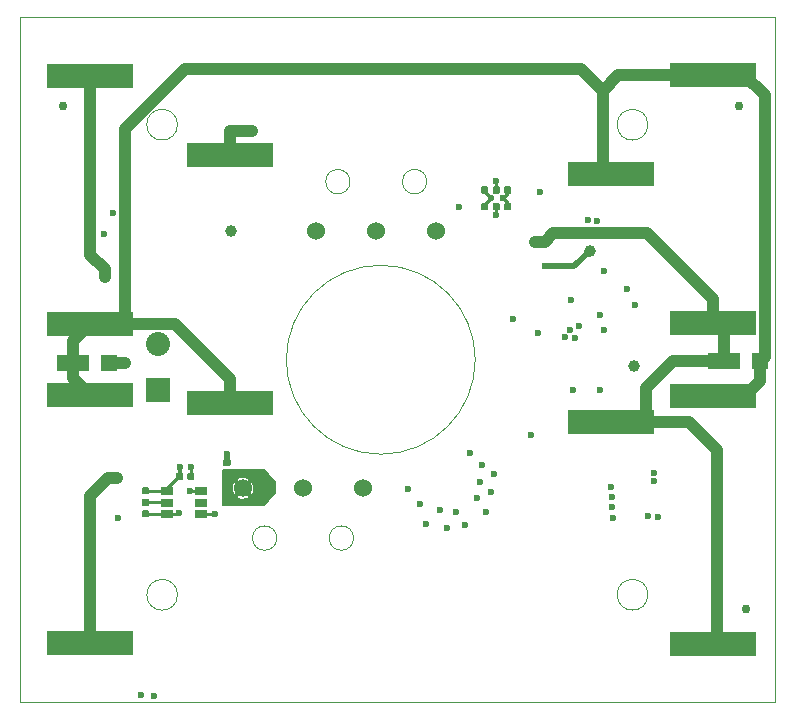
<source format=gbr>
%TF.GenerationSoftware,KiCad,Pcbnew,(5.1.5)-3*%
%TF.CreationDate,2020-08-29T16:52:29-07:00*%
%TF.ProjectId,ypanel,7970616e-656c-42e6-9b69-6361645f7063,rev?*%
%TF.SameCoordinates,Original*%
%TF.FileFunction,Copper,L1,Top*%
%TF.FilePolarity,Positive*%
%FSLAX46Y46*%
G04 Gerber Fmt 4.6, Leading zero omitted, Abs format (unit mm)*
G04 Created by KiCad (PCBNEW (5.1.5)-3) date 2020-08-29 16:52:29*
%MOMM*%
%LPD*%
G04 APERTURE LIST*
%ADD10C,0.100000*%
%ADD11C,0.050000*%
%ADD12C,0.750000*%
%ADD13R,1.400000X1.400000*%
%ADD14R,2.700000X1.400000*%
%ADD15R,7.400000X2.000000*%
%ADD16C,2.032000*%
%ADD17R,2.032000X2.032000*%
%ADD18C,1.000000*%
%ADD19C,1.524000*%
%ADD20R,1.000000X0.700000*%
%ADD21C,0.600000*%
%ADD22C,1.000000*%
%ADD23C,0.480000*%
%ADD24C,0.240000*%
%ADD25C,0.320000*%
%ADD26C,0.248920*%
%ADD27C,0.127000*%
G04 APERTURE END LIST*
D10*
X151587000Y-99000001D02*
G75*
G03X151587000Y-99000001I-8000000J0D01*
G01*
X134779564Y-114100000D02*
G75*
G03X134779564Y-114100000I-1029564J0D01*
G01*
X141279564Y-114100000D02*
G75*
G03X141279564Y-114100000I-1029564J0D01*
G01*
X126375000Y-118900000D02*
G75*
G03X126375000Y-118900000I-1300000J0D01*
G01*
X140979564Y-83920436D02*
G75*
G03X140979564Y-83920436I-1029564J0D01*
G01*
X147479564Y-83920436D02*
G75*
G03X147479564Y-83920436I-1029564J0D01*
G01*
X176975000Y-70000000D02*
X176975000Y-128000000D01*
X166200000Y-118900000D02*
G75*
G03X166200000Y-118900000I-1300000J0D01*
G01*
D11*
X126372800Y-79100000D02*
G75*
G03X126372800Y-79100000I-1300000J0D01*
G01*
D10*
X166195000Y-79102480D02*
G75*
G03X166195000Y-79102480I-1300000J0D01*
G01*
X176975000Y-70000000D02*
X113000000Y-70000000D01*
X113000000Y-128000000D02*
X176975000Y-128000000D01*
X113000000Y-70000000D02*
X113000000Y-128000000D01*
D12*
X174526000Y-120115000D03*
X173954500Y-77504000D03*
D13*
X120595000Y-99250500D03*
D14*
X117545000Y-99250500D03*
D13*
X175713000Y-99123500D03*
D14*
X172663000Y-99123500D03*
D15*
X163098480Y-83250000D03*
X163098480Y-104250000D03*
D16*
X124764800Y-97691060D03*
D17*
X124764800Y-101546660D03*
D18*
X161267720Y-89773460D03*
X130873500Y-88138000D03*
X165036500Y-99568000D03*
D19*
X142080000Y-109900000D03*
X137000000Y-109900000D03*
X131920000Y-109900000D03*
X148300000Y-88100000D03*
X143200000Y-88100000D03*
X138100000Y-88100000D03*
D20*
X128354600Y-110148700D03*
X128354600Y-111098700D03*
X128354600Y-112048700D03*
X125454600Y-112048700D03*
X125454600Y-111098700D03*
X125454600Y-110148700D03*
D15*
X119000000Y-75000000D03*
X119000000Y-96000000D03*
X171742100Y-102063000D03*
X171742100Y-123063000D03*
X130850000Y-81650000D03*
X130850000Y-102650000D03*
X119000000Y-123000000D03*
X119000000Y-102000000D03*
X171686220Y-74890080D03*
X171686220Y-95890080D03*
%TA.AperFunction,SMDPad,CuDef*%
D10*
G36*
X130736958Y-108394710D02*
G01*
X130751276Y-108396834D01*
X130765317Y-108400351D01*
X130778946Y-108405228D01*
X130792031Y-108411417D01*
X130804447Y-108418858D01*
X130816073Y-108427481D01*
X130826798Y-108437202D01*
X130836519Y-108447927D01*
X130845142Y-108459553D01*
X130852583Y-108471969D01*
X130858772Y-108485054D01*
X130863649Y-108498683D01*
X130867166Y-108512724D01*
X130869290Y-108527042D01*
X130870000Y-108541500D01*
X130870000Y-108836500D01*
X130869290Y-108850958D01*
X130867166Y-108865276D01*
X130863649Y-108879317D01*
X130858772Y-108892946D01*
X130852583Y-108906031D01*
X130845142Y-108918447D01*
X130836519Y-108930073D01*
X130826798Y-108940798D01*
X130816073Y-108950519D01*
X130804447Y-108959142D01*
X130792031Y-108966583D01*
X130778946Y-108972772D01*
X130765317Y-108977649D01*
X130751276Y-108981166D01*
X130736958Y-108983290D01*
X130722500Y-108984000D01*
X130377500Y-108984000D01*
X130363042Y-108983290D01*
X130348724Y-108981166D01*
X130334683Y-108977649D01*
X130321054Y-108972772D01*
X130307969Y-108966583D01*
X130295553Y-108959142D01*
X130283927Y-108950519D01*
X130273202Y-108940798D01*
X130263481Y-108930073D01*
X130254858Y-108918447D01*
X130247417Y-108906031D01*
X130241228Y-108892946D01*
X130236351Y-108879317D01*
X130232834Y-108865276D01*
X130230710Y-108850958D01*
X130230000Y-108836500D01*
X130230000Y-108541500D01*
X130230710Y-108527042D01*
X130232834Y-108512724D01*
X130236351Y-108498683D01*
X130241228Y-108485054D01*
X130247417Y-108471969D01*
X130254858Y-108459553D01*
X130263481Y-108447927D01*
X130273202Y-108437202D01*
X130283927Y-108427481D01*
X130295553Y-108418858D01*
X130307969Y-108411417D01*
X130321054Y-108405228D01*
X130334683Y-108400351D01*
X130348724Y-108396834D01*
X130363042Y-108394710D01*
X130377500Y-108394000D01*
X130722500Y-108394000D01*
X130736958Y-108394710D01*
G37*
%TD.AperFunction*%
%TA.AperFunction,SMDPad,CuDef*%
G36*
X130736958Y-107424710D02*
G01*
X130751276Y-107426834D01*
X130765317Y-107430351D01*
X130778946Y-107435228D01*
X130792031Y-107441417D01*
X130804447Y-107448858D01*
X130816073Y-107457481D01*
X130826798Y-107467202D01*
X130836519Y-107477927D01*
X130845142Y-107489553D01*
X130852583Y-107501969D01*
X130858772Y-107515054D01*
X130863649Y-107528683D01*
X130867166Y-107542724D01*
X130869290Y-107557042D01*
X130870000Y-107571500D01*
X130870000Y-107866500D01*
X130869290Y-107880958D01*
X130867166Y-107895276D01*
X130863649Y-107909317D01*
X130858772Y-107922946D01*
X130852583Y-107936031D01*
X130845142Y-107948447D01*
X130836519Y-107960073D01*
X130826798Y-107970798D01*
X130816073Y-107980519D01*
X130804447Y-107989142D01*
X130792031Y-107996583D01*
X130778946Y-108002772D01*
X130765317Y-108007649D01*
X130751276Y-108011166D01*
X130736958Y-108013290D01*
X130722500Y-108014000D01*
X130377500Y-108014000D01*
X130363042Y-108013290D01*
X130348724Y-108011166D01*
X130334683Y-108007649D01*
X130321054Y-108002772D01*
X130307969Y-107996583D01*
X130295553Y-107989142D01*
X130283927Y-107980519D01*
X130273202Y-107970798D01*
X130263481Y-107960073D01*
X130254858Y-107948447D01*
X130247417Y-107936031D01*
X130241228Y-107922946D01*
X130236351Y-107909317D01*
X130232834Y-107895276D01*
X130230710Y-107880958D01*
X130230000Y-107866500D01*
X130230000Y-107571500D01*
X130230710Y-107557042D01*
X130232834Y-107542724D01*
X130236351Y-107528683D01*
X130241228Y-107515054D01*
X130247417Y-107501969D01*
X130254858Y-107489553D01*
X130263481Y-107477927D01*
X130273202Y-107467202D01*
X130283927Y-107457481D01*
X130295553Y-107448858D01*
X130307969Y-107441417D01*
X130321054Y-107435228D01*
X130334683Y-107430351D01*
X130348724Y-107426834D01*
X130363042Y-107424710D01*
X130377500Y-107424000D01*
X130722500Y-107424000D01*
X130736958Y-107424710D01*
G37*
%TD.AperFunction*%
%TA.AperFunction,SMDPad,CuDef*%
G36*
X126708558Y-108556910D02*
G01*
X126722876Y-108559034D01*
X126736917Y-108562551D01*
X126750546Y-108567428D01*
X126763631Y-108573617D01*
X126776047Y-108581058D01*
X126787673Y-108589681D01*
X126798398Y-108599402D01*
X126808119Y-108610127D01*
X126816742Y-108621753D01*
X126824183Y-108634169D01*
X126830372Y-108647254D01*
X126835249Y-108660883D01*
X126838766Y-108674924D01*
X126840890Y-108689242D01*
X126841600Y-108703700D01*
X126841600Y-109048700D01*
X126840890Y-109063158D01*
X126838766Y-109077476D01*
X126835249Y-109091517D01*
X126830372Y-109105146D01*
X126824183Y-109118231D01*
X126816742Y-109130647D01*
X126808119Y-109142273D01*
X126798398Y-109152998D01*
X126787673Y-109162719D01*
X126776047Y-109171342D01*
X126763631Y-109178783D01*
X126750546Y-109184972D01*
X126736917Y-109189849D01*
X126722876Y-109193366D01*
X126708558Y-109195490D01*
X126694100Y-109196200D01*
X126399100Y-109196200D01*
X126384642Y-109195490D01*
X126370324Y-109193366D01*
X126356283Y-109189849D01*
X126342654Y-109184972D01*
X126329569Y-109178783D01*
X126317153Y-109171342D01*
X126305527Y-109162719D01*
X126294802Y-109152998D01*
X126285081Y-109142273D01*
X126276458Y-109130647D01*
X126269017Y-109118231D01*
X126262828Y-109105146D01*
X126257951Y-109091517D01*
X126254434Y-109077476D01*
X126252310Y-109063158D01*
X126251600Y-109048700D01*
X126251600Y-108703700D01*
X126252310Y-108689242D01*
X126254434Y-108674924D01*
X126257951Y-108660883D01*
X126262828Y-108647254D01*
X126269017Y-108634169D01*
X126276458Y-108621753D01*
X126285081Y-108610127D01*
X126294802Y-108599402D01*
X126305527Y-108589681D01*
X126317153Y-108581058D01*
X126329569Y-108573617D01*
X126342654Y-108567428D01*
X126356283Y-108562551D01*
X126370324Y-108559034D01*
X126384642Y-108556910D01*
X126399100Y-108556200D01*
X126694100Y-108556200D01*
X126708558Y-108556910D01*
G37*
%TD.AperFunction*%
%TA.AperFunction,SMDPad,CuDef*%
G36*
X127678558Y-108556910D02*
G01*
X127692876Y-108559034D01*
X127706917Y-108562551D01*
X127720546Y-108567428D01*
X127733631Y-108573617D01*
X127746047Y-108581058D01*
X127757673Y-108589681D01*
X127768398Y-108599402D01*
X127778119Y-108610127D01*
X127786742Y-108621753D01*
X127794183Y-108634169D01*
X127800372Y-108647254D01*
X127805249Y-108660883D01*
X127808766Y-108674924D01*
X127810890Y-108689242D01*
X127811600Y-108703700D01*
X127811600Y-109048700D01*
X127810890Y-109063158D01*
X127808766Y-109077476D01*
X127805249Y-109091517D01*
X127800372Y-109105146D01*
X127794183Y-109118231D01*
X127786742Y-109130647D01*
X127778119Y-109142273D01*
X127768398Y-109152998D01*
X127757673Y-109162719D01*
X127746047Y-109171342D01*
X127733631Y-109178783D01*
X127720546Y-109184972D01*
X127706917Y-109189849D01*
X127692876Y-109193366D01*
X127678558Y-109195490D01*
X127664100Y-109196200D01*
X127369100Y-109196200D01*
X127354642Y-109195490D01*
X127340324Y-109193366D01*
X127326283Y-109189849D01*
X127312654Y-109184972D01*
X127299569Y-109178783D01*
X127287153Y-109171342D01*
X127275527Y-109162719D01*
X127264802Y-109152998D01*
X127255081Y-109142273D01*
X127246458Y-109130647D01*
X127239017Y-109118231D01*
X127232828Y-109105146D01*
X127227951Y-109091517D01*
X127224434Y-109077476D01*
X127222310Y-109063158D01*
X127221600Y-109048700D01*
X127221600Y-108703700D01*
X127222310Y-108689242D01*
X127224434Y-108674924D01*
X127227951Y-108660883D01*
X127232828Y-108647254D01*
X127239017Y-108634169D01*
X127246458Y-108621753D01*
X127255081Y-108610127D01*
X127264802Y-108599402D01*
X127275527Y-108589681D01*
X127287153Y-108581058D01*
X127299569Y-108573617D01*
X127312654Y-108567428D01*
X127326283Y-108562551D01*
X127340324Y-108559034D01*
X127354642Y-108556910D01*
X127369100Y-108556200D01*
X127664100Y-108556200D01*
X127678558Y-108556910D01*
G37*
%TD.AperFunction*%
%TA.AperFunction,SMDPad,CuDef*%
G36*
X153523958Y-84314310D02*
G01*
X153538276Y-84316434D01*
X153552317Y-84319951D01*
X153565946Y-84324828D01*
X153579031Y-84331017D01*
X153591447Y-84338458D01*
X153603073Y-84347081D01*
X153613798Y-84356802D01*
X153623519Y-84367527D01*
X153632142Y-84379153D01*
X153639583Y-84391569D01*
X153645772Y-84404654D01*
X153650649Y-84418283D01*
X153654166Y-84432324D01*
X153656290Y-84446642D01*
X153657000Y-84461100D01*
X153657000Y-84806100D01*
X153656290Y-84820558D01*
X153654166Y-84834876D01*
X153650649Y-84848917D01*
X153645772Y-84862546D01*
X153639583Y-84875631D01*
X153632142Y-84888047D01*
X153623519Y-84899673D01*
X153613798Y-84910398D01*
X153603073Y-84920119D01*
X153591447Y-84928742D01*
X153579031Y-84936183D01*
X153565946Y-84942372D01*
X153552317Y-84947249D01*
X153538276Y-84950766D01*
X153523958Y-84952890D01*
X153509500Y-84953600D01*
X153214500Y-84953600D01*
X153200042Y-84952890D01*
X153185724Y-84950766D01*
X153171683Y-84947249D01*
X153158054Y-84942372D01*
X153144969Y-84936183D01*
X153132553Y-84928742D01*
X153120927Y-84920119D01*
X153110202Y-84910398D01*
X153100481Y-84899673D01*
X153091858Y-84888047D01*
X153084417Y-84875631D01*
X153078228Y-84862546D01*
X153073351Y-84848917D01*
X153069834Y-84834876D01*
X153067710Y-84820558D01*
X153067000Y-84806100D01*
X153067000Y-84461100D01*
X153067710Y-84446642D01*
X153069834Y-84432324D01*
X153073351Y-84418283D01*
X153078228Y-84404654D01*
X153084417Y-84391569D01*
X153091858Y-84379153D01*
X153100481Y-84367527D01*
X153110202Y-84356802D01*
X153120927Y-84347081D01*
X153132553Y-84338458D01*
X153144969Y-84331017D01*
X153158054Y-84324828D01*
X153171683Y-84319951D01*
X153185724Y-84316434D01*
X153200042Y-84314310D01*
X153214500Y-84313600D01*
X153509500Y-84313600D01*
X153523958Y-84314310D01*
G37*
%TD.AperFunction*%
%TA.AperFunction,SMDPad,CuDef*%
G36*
X154493958Y-84314310D02*
G01*
X154508276Y-84316434D01*
X154522317Y-84319951D01*
X154535946Y-84324828D01*
X154549031Y-84331017D01*
X154561447Y-84338458D01*
X154573073Y-84347081D01*
X154583798Y-84356802D01*
X154593519Y-84367527D01*
X154602142Y-84379153D01*
X154609583Y-84391569D01*
X154615772Y-84404654D01*
X154620649Y-84418283D01*
X154624166Y-84432324D01*
X154626290Y-84446642D01*
X154627000Y-84461100D01*
X154627000Y-84806100D01*
X154626290Y-84820558D01*
X154624166Y-84834876D01*
X154620649Y-84848917D01*
X154615772Y-84862546D01*
X154609583Y-84875631D01*
X154602142Y-84888047D01*
X154593519Y-84899673D01*
X154583798Y-84910398D01*
X154573073Y-84920119D01*
X154561447Y-84928742D01*
X154549031Y-84936183D01*
X154535946Y-84942372D01*
X154522317Y-84947249D01*
X154508276Y-84950766D01*
X154493958Y-84952890D01*
X154479500Y-84953600D01*
X154184500Y-84953600D01*
X154170042Y-84952890D01*
X154155724Y-84950766D01*
X154141683Y-84947249D01*
X154128054Y-84942372D01*
X154114969Y-84936183D01*
X154102553Y-84928742D01*
X154090927Y-84920119D01*
X154080202Y-84910398D01*
X154070481Y-84899673D01*
X154061858Y-84888047D01*
X154054417Y-84875631D01*
X154048228Y-84862546D01*
X154043351Y-84848917D01*
X154039834Y-84834876D01*
X154037710Y-84820558D01*
X154037000Y-84806100D01*
X154037000Y-84461100D01*
X154037710Y-84446642D01*
X154039834Y-84432324D01*
X154043351Y-84418283D01*
X154048228Y-84404654D01*
X154054417Y-84391569D01*
X154061858Y-84379153D01*
X154070481Y-84367527D01*
X154080202Y-84356802D01*
X154090927Y-84347081D01*
X154102553Y-84338458D01*
X154114969Y-84331017D01*
X154128054Y-84324828D01*
X154141683Y-84319951D01*
X154155724Y-84316434D01*
X154170042Y-84314310D01*
X154184500Y-84313600D01*
X154479500Y-84313600D01*
X154493958Y-84314310D01*
G37*
%TD.AperFunction*%
%TA.AperFunction,SMDPad,CuDef*%
G36*
X152553678Y-84314310D02*
G01*
X152567996Y-84316434D01*
X152582037Y-84319951D01*
X152595666Y-84324828D01*
X152608751Y-84331017D01*
X152621167Y-84338458D01*
X152632793Y-84347081D01*
X152643518Y-84356802D01*
X152653239Y-84367527D01*
X152661862Y-84379153D01*
X152669303Y-84391569D01*
X152675492Y-84404654D01*
X152680369Y-84418283D01*
X152683886Y-84432324D01*
X152686010Y-84446642D01*
X152686720Y-84461100D01*
X152686720Y-84806100D01*
X152686010Y-84820558D01*
X152683886Y-84834876D01*
X152680369Y-84848917D01*
X152675492Y-84862546D01*
X152669303Y-84875631D01*
X152661862Y-84888047D01*
X152653239Y-84899673D01*
X152643518Y-84910398D01*
X152632793Y-84920119D01*
X152621167Y-84928742D01*
X152608751Y-84936183D01*
X152595666Y-84942372D01*
X152582037Y-84947249D01*
X152567996Y-84950766D01*
X152553678Y-84952890D01*
X152539220Y-84953600D01*
X152244220Y-84953600D01*
X152229762Y-84952890D01*
X152215444Y-84950766D01*
X152201403Y-84947249D01*
X152187774Y-84942372D01*
X152174689Y-84936183D01*
X152162273Y-84928742D01*
X152150647Y-84920119D01*
X152139922Y-84910398D01*
X152130201Y-84899673D01*
X152121578Y-84888047D01*
X152114137Y-84875631D01*
X152107948Y-84862546D01*
X152103071Y-84848917D01*
X152099554Y-84834876D01*
X152097430Y-84820558D01*
X152096720Y-84806100D01*
X152096720Y-84461100D01*
X152097430Y-84446642D01*
X152099554Y-84432324D01*
X152103071Y-84418283D01*
X152107948Y-84404654D01*
X152114137Y-84391569D01*
X152121578Y-84379153D01*
X152130201Y-84367527D01*
X152139922Y-84356802D01*
X152150647Y-84347081D01*
X152162273Y-84338458D01*
X152174689Y-84331017D01*
X152187774Y-84324828D01*
X152201403Y-84319951D01*
X152215444Y-84316434D01*
X152229762Y-84314310D01*
X152244220Y-84313600D01*
X152539220Y-84313600D01*
X152553678Y-84314310D01*
G37*
%TD.AperFunction*%
%TA.AperFunction,SMDPad,CuDef*%
G36*
X153523678Y-84314310D02*
G01*
X153537996Y-84316434D01*
X153552037Y-84319951D01*
X153565666Y-84324828D01*
X153578751Y-84331017D01*
X153591167Y-84338458D01*
X153602793Y-84347081D01*
X153613518Y-84356802D01*
X153623239Y-84367527D01*
X153631862Y-84379153D01*
X153639303Y-84391569D01*
X153645492Y-84404654D01*
X153650369Y-84418283D01*
X153653886Y-84432324D01*
X153656010Y-84446642D01*
X153656720Y-84461100D01*
X153656720Y-84806100D01*
X153656010Y-84820558D01*
X153653886Y-84834876D01*
X153650369Y-84848917D01*
X153645492Y-84862546D01*
X153639303Y-84875631D01*
X153631862Y-84888047D01*
X153623239Y-84899673D01*
X153613518Y-84910398D01*
X153602793Y-84920119D01*
X153591167Y-84928742D01*
X153578751Y-84936183D01*
X153565666Y-84942372D01*
X153552037Y-84947249D01*
X153537996Y-84950766D01*
X153523678Y-84952890D01*
X153509220Y-84953600D01*
X153214220Y-84953600D01*
X153199762Y-84952890D01*
X153185444Y-84950766D01*
X153171403Y-84947249D01*
X153157774Y-84942372D01*
X153144689Y-84936183D01*
X153132273Y-84928742D01*
X153120647Y-84920119D01*
X153109922Y-84910398D01*
X153100201Y-84899673D01*
X153091578Y-84888047D01*
X153084137Y-84875631D01*
X153077948Y-84862546D01*
X153073071Y-84848917D01*
X153069554Y-84834876D01*
X153067430Y-84820558D01*
X153066720Y-84806100D01*
X153066720Y-84461100D01*
X153067430Y-84446642D01*
X153069554Y-84432324D01*
X153073071Y-84418283D01*
X153077948Y-84404654D01*
X153084137Y-84391569D01*
X153091578Y-84379153D01*
X153100201Y-84367527D01*
X153109922Y-84356802D01*
X153120647Y-84347081D01*
X153132273Y-84338458D01*
X153144689Y-84331017D01*
X153157774Y-84324828D01*
X153171403Y-84319951D01*
X153185444Y-84316434D01*
X153199762Y-84314310D01*
X153214220Y-84313600D01*
X153509220Y-84313600D01*
X153523678Y-84314310D01*
G37*
%TD.AperFunction*%
%TA.AperFunction,SMDPad,CuDef*%
G36*
X153523958Y-85711310D02*
G01*
X153538276Y-85713434D01*
X153552317Y-85716951D01*
X153565946Y-85721828D01*
X153579031Y-85728017D01*
X153591447Y-85735458D01*
X153603073Y-85744081D01*
X153613798Y-85753802D01*
X153623519Y-85764527D01*
X153632142Y-85776153D01*
X153639583Y-85788569D01*
X153645772Y-85801654D01*
X153650649Y-85815283D01*
X153654166Y-85829324D01*
X153656290Y-85843642D01*
X153657000Y-85858100D01*
X153657000Y-86203100D01*
X153656290Y-86217558D01*
X153654166Y-86231876D01*
X153650649Y-86245917D01*
X153645772Y-86259546D01*
X153639583Y-86272631D01*
X153632142Y-86285047D01*
X153623519Y-86296673D01*
X153613798Y-86307398D01*
X153603073Y-86317119D01*
X153591447Y-86325742D01*
X153579031Y-86333183D01*
X153565946Y-86339372D01*
X153552317Y-86344249D01*
X153538276Y-86347766D01*
X153523958Y-86349890D01*
X153509500Y-86350600D01*
X153214500Y-86350600D01*
X153200042Y-86349890D01*
X153185724Y-86347766D01*
X153171683Y-86344249D01*
X153158054Y-86339372D01*
X153144969Y-86333183D01*
X153132553Y-86325742D01*
X153120927Y-86317119D01*
X153110202Y-86307398D01*
X153100481Y-86296673D01*
X153091858Y-86285047D01*
X153084417Y-86272631D01*
X153078228Y-86259546D01*
X153073351Y-86245917D01*
X153069834Y-86231876D01*
X153067710Y-86217558D01*
X153067000Y-86203100D01*
X153067000Y-85858100D01*
X153067710Y-85843642D01*
X153069834Y-85829324D01*
X153073351Y-85815283D01*
X153078228Y-85801654D01*
X153084417Y-85788569D01*
X153091858Y-85776153D01*
X153100481Y-85764527D01*
X153110202Y-85753802D01*
X153120927Y-85744081D01*
X153132553Y-85735458D01*
X153144969Y-85728017D01*
X153158054Y-85721828D01*
X153171683Y-85716951D01*
X153185724Y-85713434D01*
X153200042Y-85711310D01*
X153214500Y-85710600D01*
X153509500Y-85710600D01*
X153523958Y-85711310D01*
G37*
%TD.AperFunction*%
%TA.AperFunction,SMDPad,CuDef*%
G36*
X154493958Y-85711310D02*
G01*
X154508276Y-85713434D01*
X154522317Y-85716951D01*
X154535946Y-85721828D01*
X154549031Y-85728017D01*
X154561447Y-85735458D01*
X154573073Y-85744081D01*
X154583798Y-85753802D01*
X154593519Y-85764527D01*
X154602142Y-85776153D01*
X154609583Y-85788569D01*
X154615772Y-85801654D01*
X154620649Y-85815283D01*
X154624166Y-85829324D01*
X154626290Y-85843642D01*
X154627000Y-85858100D01*
X154627000Y-86203100D01*
X154626290Y-86217558D01*
X154624166Y-86231876D01*
X154620649Y-86245917D01*
X154615772Y-86259546D01*
X154609583Y-86272631D01*
X154602142Y-86285047D01*
X154593519Y-86296673D01*
X154583798Y-86307398D01*
X154573073Y-86317119D01*
X154561447Y-86325742D01*
X154549031Y-86333183D01*
X154535946Y-86339372D01*
X154522317Y-86344249D01*
X154508276Y-86347766D01*
X154493958Y-86349890D01*
X154479500Y-86350600D01*
X154184500Y-86350600D01*
X154170042Y-86349890D01*
X154155724Y-86347766D01*
X154141683Y-86344249D01*
X154128054Y-86339372D01*
X154114969Y-86333183D01*
X154102553Y-86325742D01*
X154090927Y-86317119D01*
X154080202Y-86307398D01*
X154070481Y-86296673D01*
X154061858Y-86285047D01*
X154054417Y-86272631D01*
X154048228Y-86259546D01*
X154043351Y-86245917D01*
X154039834Y-86231876D01*
X154037710Y-86217558D01*
X154037000Y-86203100D01*
X154037000Y-85858100D01*
X154037710Y-85843642D01*
X154039834Y-85829324D01*
X154043351Y-85815283D01*
X154048228Y-85801654D01*
X154054417Y-85788569D01*
X154061858Y-85776153D01*
X154070481Y-85764527D01*
X154080202Y-85753802D01*
X154090927Y-85744081D01*
X154102553Y-85735458D01*
X154114969Y-85728017D01*
X154128054Y-85721828D01*
X154141683Y-85716951D01*
X154155724Y-85713434D01*
X154170042Y-85711310D01*
X154184500Y-85710600D01*
X154479500Y-85710600D01*
X154493958Y-85711310D01*
G37*
%TD.AperFunction*%
%TA.AperFunction,SMDPad,CuDef*%
G36*
X152553678Y-85711310D02*
G01*
X152567996Y-85713434D01*
X152582037Y-85716951D01*
X152595666Y-85721828D01*
X152608751Y-85728017D01*
X152621167Y-85735458D01*
X152632793Y-85744081D01*
X152643518Y-85753802D01*
X152653239Y-85764527D01*
X152661862Y-85776153D01*
X152669303Y-85788569D01*
X152675492Y-85801654D01*
X152680369Y-85815283D01*
X152683886Y-85829324D01*
X152686010Y-85843642D01*
X152686720Y-85858100D01*
X152686720Y-86203100D01*
X152686010Y-86217558D01*
X152683886Y-86231876D01*
X152680369Y-86245917D01*
X152675492Y-86259546D01*
X152669303Y-86272631D01*
X152661862Y-86285047D01*
X152653239Y-86296673D01*
X152643518Y-86307398D01*
X152632793Y-86317119D01*
X152621167Y-86325742D01*
X152608751Y-86333183D01*
X152595666Y-86339372D01*
X152582037Y-86344249D01*
X152567996Y-86347766D01*
X152553678Y-86349890D01*
X152539220Y-86350600D01*
X152244220Y-86350600D01*
X152229762Y-86349890D01*
X152215444Y-86347766D01*
X152201403Y-86344249D01*
X152187774Y-86339372D01*
X152174689Y-86333183D01*
X152162273Y-86325742D01*
X152150647Y-86317119D01*
X152139922Y-86307398D01*
X152130201Y-86296673D01*
X152121578Y-86285047D01*
X152114137Y-86272631D01*
X152107948Y-86259546D01*
X152103071Y-86245917D01*
X152099554Y-86231876D01*
X152097430Y-86217558D01*
X152096720Y-86203100D01*
X152096720Y-85858100D01*
X152097430Y-85843642D01*
X152099554Y-85829324D01*
X152103071Y-85815283D01*
X152107948Y-85801654D01*
X152114137Y-85788569D01*
X152121578Y-85776153D01*
X152130201Y-85764527D01*
X152139922Y-85753802D01*
X152150647Y-85744081D01*
X152162273Y-85735458D01*
X152174689Y-85728017D01*
X152187774Y-85721828D01*
X152201403Y-85716951D01*
X152215444Y-85713434D01*
X152229762Y-85711310D01*
X152244220Y-85710600D01*
X152539220Y-85710600D01*
X152553678Y-85711310D01*
G37*
%TD.AperFunction*%
%TA.AperFunction,SMDPad,CuDef*%
G36*
X153523678Y-85711310D02*
G01*
X153537996Y-85713434D01*
X153552037Y-85716951D01*
X153565666Y-85721828D01*
X153578751Y-85728017D01*
X153591167Y-85735458D01*
X153602793Y-85744081D01*
X153613518Y-85753802D01*
X153623239Y-85764527D01*
X153631862Y-85776153D01*
X153639303Y-85788569D01*
X153645492Y-85801654D01*
X153650369Y-85815283D01*
X153653886Y-85829324D01*
X153656010Y-85843642D01*
X153656720Y-85858100D01*
X153656720Y-86203100D01*
X153656010Y-86217558D01*
X153653886Y-86231876D01*
X153650369Y-86245917D01*
X153645492Y-86259546D01*
X153639303Y-86272631D01*
X153631862Y-86285047D01*
X153623239Y-86296673D01*
X153613518Y-86307398D01*
X153602793Y-86317119D01*
X153591167Y-86325742D01*
X153578751Y-86333183D01*
X153565666Y-86339372D01*
X153552037Y-86344249D01*
X153537996Y-86347766D01*
X153523678Y-86349890D01*
X153509220Y-86350600D01*
X153214220Y-86350600D01*
X153199762Y-86349890D01*
X153185444Y-86347766D01*
X153171403Y-86344249D01*
X153157774Y-86339372D01*
X153144689Y-86333183D01*
X153132273Y-86325742D01*
X153120647Y-86317119D01*
X153109922Y-86307398D01*
X153100201Y-86296673D01*
X153091578Y-86285047D01*
X153084137Y-86272631D01*
X153077948Y-86259546D01*
X153073071Y-86245917D01*
X153069554Y-86231876D01*
X153067430Y-86217558D01*
X153066720Y-86203100D01*
X153066720Y-85858100D01*
X153067430Y-85843642D01*
X153069554Y-85829324D01*
X153073071Y-85815283D01*
X153077948Y-85801654D01*
X153084137Y-85788569D01*
X153091578Y-85776153D01*
X153100201Y-85764527D01*
X153109922Y-85753802D01*
X153120647Y-85744081D01*
X153132273Y-85735458D01*
X153144689Y-85728017D01*
X153157774Y-85721828D01*
X153171403Y-85716951D01*
X153185444Y-85713434D01*
X153199762Y-85711310D01*
X153214220Y-85710600D01*
X153509220Y-85710600D01*
X153523678Y-85711310D01*
G37*
%TD.AperFunction*%
%TA.AperFunction,SMDPad,CuDef*%
G36*
X123853058Y-110786910D02*
G01*
X123867376Y-110789034D01*
X123881417Y-110792551D01*
X123895046Y-110797428D01*
X123908131Y-110803617D01*
X123920547Y-110811058D01*
X123932173Y-110819681D01*
X123942898Y-110829402D01*
X123952619Y-110840127D01*
X123961242Y-110851753D01*
X123968683Y-110864169D01*
X123974872Y-110877254D01*
X123979749Y-110890883D01*
X123983266Y-110904924D01*
X123985390Y-110919242D01*
X123986100Y-110933700D01*
X123986100Y-111228700D01*
X123985390Y-111243158D01*
X123983266Y-111257476D01*
X123979749Y-111271517D01*
X123974872Y-111285146D01*
X123968683Y-111298231D01*
X123961242Y-111310647D01*
X123952619Y-111322273D01*
X123942898Y-111332998D01*
X123932173Y-111342719D01*
X123920547Y-111351342D01*
X123908131Y-111358783D01*
X123895046Y-111364972D01*
X123881417Y-111369849D01*
X123867376Y-111373366D01*
X123853058Y-111375490D01*
X123838600Y-111376200D01*
X123493600Y-111376200D01*
X123479142Y-111375490D01*
X123464824Y-111373366D01*
X123450783Y-111369849D01*
X123437154Y-111364972D01*
X123424069Y-111358783D01*
X123411653Y-111351342D01*
X123400027Y-111342719D01*
X123389302Y-111332998D01*
X123379581Y-111322273D01*
X123370958Y-111310647D01*
X123363517Y-111298231D01*
X123357328Y-111285146D01*
X123352451Y-111271517D01*
X123348934Y-111257476D01*
X123346810Y-111243158D01*
X123346100Y-111228700D01*
X123346100Y-110933700D01*
X123346810Y-110919242D01*
X123348934Y-110904924D01*
X123352451Y-110890883D01*
X123357328Y-110877254D01*
X123363517Y-110864169D01*
X123370958Y-110851753D01*
X123379581Y-110840127D01*
X123389302Y-110829402D01*
X123400027Y-110819681D01*
X123411653Y-110811058D01*
X123424069Y-110803617D01*
X123437154Y-110797428D01*
X123450783Y-110792551D01*
X123464824Y-110789034D01*
X123479142Y-110786910D01*
X123493600Y-110786200D01*
X123838600Y-110786200D01*
X123853058Y-110786910D01*
G37*
%TD.AperFunction*%
%TA.AperFunction,SMDPad,CuDef*%
G36*
X123853058Y-111756910D02*
G01*
X123867376Y-111759034D01*
X123881417Y-111762551D01*
X123895046Y-111767428D01*
X123908131Y-111773617D01*
X123920547Y-111781058D01*
X123932173Y-111789681D01*
X123942898Y-111799402D01*
X123952619Y-111810127D01*
X123961242Y-111821753D01*
X123968683Y-111834169D01*
X123974872Y-111847254D01*
X123979749Y-111860883D01*
X123983266Y-111874924D01*
X123985390Y-111889242D01*
X123986100Y-111903700D01*
X123986100Y-112198700D01*
X123985390Y-112213158D01*
X123983266Y-112227476D01*
X123979749Y-112241517D01*
X123974872Y-112255146D01*
X123968683Y-112268231D01*
X123961242Y-112280647D01*
X123952619Y-112292273D01*
X123942898Y-112302998D01*
X123932173Y-112312719D01*
X123920547Y-112321342D01*
X123908131Y-112328783D01*
X123895046Y-112334972D01*
X123881417Y-112339849D01*
X123867376Y-112343366D01*
X123853058Y-112345490D01*
X123838600Y-112346200D01*
X123493600Y-112346200D01*
X123479142Y-112345490D01*
X123464824Y-112343366D01*
X123450783Y-112339849D01*
X123437154Y-112334972D01*
X123424069Y-112328783D01*
X123411653Y-112321342D01*
X123400027Y-112312719D01*
X123389302Y-112302998D01*
X123379581Y-112292273D01*
X123370958Y-112280647D01*
X123363517Y-112268231D01*
X123357328Y-112255146D01*
X123352451Y-112241517D01*
X123348934Y-112227476D01*
X123346810Y-112213158D01*
X123346100Y-112198700D01*
X123346100Y-111903700D01*
X123346810Y-111889242D01*
X123348934Y-111874924D01*
X123352451Y-111860883D01*
X123357328Y-111847254D01*
X123363517Y-111834169D01*
X123370958Y-111821753D01*
X123379581Y-111810127D01*
X123389302Y-111799402D01*
X123400027Y-111789681D01*
X123411653Y-111781058D01*
X123424069Y-111773617D01*
X123437154Y-111767428D01*
X123450783Y-111762551D01*
X123464824Y-111759034D01*
X123479142Y-111756910D01*
X123493600Y-111756200D01*
X123838600Y-111756200D01*
X123853058Y-111756910D01*
G37*
%TD.AperFunction*%
%TA.AperFunction,SMDPad,CuDef*%
G36*
X123853058Y-109811410D02*
G01*
X123867376Y-109813534D01*
X123881417Y-109817051D01*
X123895046Y-109821928D01*
X123908131Y-109828117D01*
X123920547Y-109835558D01*
X123932173Y-109844181D01*
X123942898Y-109853902D01*
X123952619Y-109864627D01*
X123961242Y-109876253D01*
X123968683Y-109888669D01*
X123974872Y-109901754D01*
X123979749Y-109915383D01*
X123983266Y-109929424D01*
X123985390Y-109943742D01*
X123986100Y-109958200D01*
X123986100Y-110253200D01*
X123985390Y-110267658D01*
X123983266Y-110281976D01*
X123979749Y-110296017D01*
X123974872Y-110309646D01*
X123968683Y-110322731D01*
X123961242Y-110335147D01*
X123952619Y-110346773D01*
X123942898Y-110357498D01*
X123932173Y-110367219D01*
X123920547Y-110375842D01*
X123908131Y-110383283D01*
X123895046Y-110389472D01*
X123881417Y-110394349D01*
X123867376Y-110397866D01*
X123853058Y-110399990D01*
X123838600Y-110400700D01*
X123493600Y-110400700D01*
X123479142Y-110399990D01*
X123464824Y-110397866D01*
X123450783Y-110394349D01*
X123437154Y-110389472D01*
X123424069Y-110383283D01*
X123411653Y-110375842D01*
X123400027Y-110367219D01*
X123389302Y-110357498D01*
X123379581Y-110346773D01*
X123370958Y-110335147D01*
X123363517Y-110322731D01*
X123357328Y-110309646D01*
X123352451Y-110296017D01*
X123348934Y-110281976D01*
X123346810Y-110267658D01*
X123346100Y-110253200D01*
X123346100Y-109958200D01*
X123346810Y-109943742D01*
X123348934Y-109929424D01*
X123352451Y-109915383D01*
X123357328Y-109901754D01*
X123363517Y-109888669D01*
X123370958Y-109876253D01*
X123379581Y-109864627D01*
X123389302Y-109853902D01*
X123400027Y-109844181D01*
X123411653Y-109835558D01*
X123424069Y-109828117D01*
X123437154Y-109821928D01*
X123450783Y-109817051D01*
X123464824Y-109813534D01*
X123479142Y-109811410D01*
X123493600Y-109810700D01*
X123838600Y-109810700D01*
X123853058Y-109811410D01*
G37*
%TD.AperFunction*%
%TA.AperFunction,SMDPad,CuDef*%
G36*
X123853058Y-110781410D02*
G01*
X123867376Y-110783534D01*
X123881417Y-110787051D01*
X123895046Y-110791928D01*
X123908131Y-110798117D01*
X123920547Y-110805558D01*
X123932173Y-110814181D01*
X123942898Y-110823902D01*
X123952619Y-110834627D01*
X123961242Y-110846253D01*
X123968683Y-110858669D01*
X123974872Y-110871754D01*
X123979749Y-110885383D01*
X123983266Y-110899424D01*
X123985390Y-110913742D01*
X123986100Y-110928200D01*
X123986100Y-111223200D01*
X123985390Y-111237658D01*
X123983266Y-111251976D01*
X123979749Y-111266017D01*
X123974872Y-111279646D01*
X123968683Y-111292731D01*
X123961242Y-111305147D01*
X123952619Y-111316773D01*
X123942898Y-111327498D01*
X123932173Y-111337219D01*
X123920547Y-111345842D01*
X123908131Y-111353283D01*
X123895046Y-111359472D01*
X123881417Y-111364349D01*
X123867376Y-111367866D01*
X123853058Y-111369990D01*
X123838600Y-111370700D01*
X123493600Y-111370700D01*
X123479142Y-111369990D01*
X123464824Y-111367866D01*
X123450783Y-111364349D01*
X123437154Y-111359472D01*
X123424069Y-111353283D01*
X123411653Y-111345842D01*
X123400027Y-111337219D01*
X123389302Y-111327498D01*
X123379581Y-111316773D01*
X123370958Y-111305147D01*
X123363517Y-111292731D01*
X123357328Y-111279646D01*
X123352451Y-111266017D01*
X123348934Y-111251976D01*
X123346810Y-111237658D01*
X123346100Y-111223200D01*
X123346100Y-110928200D01*
X123346810Y-110913742D01*
X123348934Y-110899424D01*
X123352451Y-110885383D01*
X123357328Y-110871754D01*
X123363517Y-110858669D01*
X123370958Y-110846253D01*
X123379581Y-110834627D01*
X123389302Y-110823902D01*
X123400027Y-110814181D01*
X123411653Y-110805558D01*
X123424069Y-110798117D01*
X123437154Y-110791928D01*
X123450783Y-110787051D01*
X123464824Y-110783534D01*
X123479142Y-110781410D01*
X123493600Y-110780700D01*
X123838600Y-110780700D01*
X123853058Y-110781410D01*
G37*
%TD.AperFunction*%
D12*
X116680500Y-77504000D03*
D21*
X150197820Y-86072980D03*
X159634500Y-96507000D03*
X160350000Y-96150000D03*
X159200000Y-97050000D03*
X160050000Y-97150000D03*
X163220400Y-112369600D03*
X165100000Y-94350000D03*
X121900000Y-99250000D03*
X130558000Y-106991000D03*
X131800000Y-79600000D03*
X132650000Y-79600000D03*
X120200000Y-91300000D03*
X120200000Y-92000000D03*
X120500000Y-109000000D03*
X121250000Y-109000000D03*
X152146000Y-107950000D03*
X145923000Y-109982000D03*
X146939000Y-111252000D03*
X149987000Y-111887000D03*
X150749000Y-113030000D03*
X151765000Y-110744000D03*
X152527000Y-111887000D03*
X152019000Y-109347000D03*
X148590000Y-111760000D03*
X151130000Y-106934000D03*
X149225000Y-113284000D03*
X147447000Y-112903000D03*
X152908000Y-110236000D03*
X153162000Y-108712000D03*
X126492000Y-112014000D03*
X127532575Y-108101584D03*
X162149946Y-95220946D03*
X159829500Y-101536494D03*
X157483120Y-91084100D03*
X163200000Y-111500000D03*
X156301440Y-105384600D03*
X126600000Y-108077020D03*
X157050000Y-84800000D03*
X156876844Y-96740660D03*
X162450000Y-91500000D03*
X154750000Y-95550000D03*
X163200000Y-110650000D03*
X129550000Y-112050000D03*
X127400000Y-110150000D03*
X163100000Y-109750000D03*
X166200000Y-112250000D03*
X153340597Y-83865157D03*
X161100000Y-87150000D03*
X166700000Y-109300000D03*
X166700000Y-108550000D03*
X161870307Y-87229693D03*
X167100000Y-112300000D03*
X153339000Y-86767200D03*
X124400000Y-127450000D03*
X123250000Y-127400000D03*
X121300000Y-112395000D03*
X120142000Y-88392000D03*
X120950000Y-86550000D03*
X152894500Y-85332100D03*
X153897800Y-85332100D03*
X162115500Y-101600000D03*
X162496500Y-96520000D03*
X159670844Y-93971156D03*
X164401500Y-93027500D03*
X156641703Y-89002155D03*
X157504833Y-89002155D03*
D22*
X162420300Y-76220340D02*
X162420300Y-78920340D01*
X163710640Y-74930000D02*
X162420300Y-76220340D01*
X171963800Y-74930000D02*
X163710640Y-74930000D01*
X117545000Y-97455000D02*
X119000000Y-96000000D01*
X117545000Y-99250500D02*
X117545000Y-97455000D01*
X117545000Y-100545000D02*
X119000000Y-102000000D01*
X117545000Y-99250500D02*
X117545000Y-100545000D01*
X130850000Y-100650000D02*
X130850000Y-102650000D01*
X126200000Y-96000000D02*
X130850000Y-100650000D01*
X119000000Y-96000000D02*
X126200000Y-96000000D01*
X162420300Y-76250800D02*
X162420300Y-78920340D01*
X160528000Y-74358500D02*
X162420300Y-76250800D01*
X127025683Y-74358500D02*
X160528000Y-74358500D01*
X121920000Y-79464183D02*
X127025683Y-74358500D01*
X121920000Y-95758000D02*
X121920000Y-79464183D01*
X162420300Y-82571820D02*
X163098480Y-83250000D01*
X162420300Y-81250000D02*
X162420300Y-82571820D01*
X162420300Y-81250000D02*
X162420300Y-78920340D01*
X162420300Y-82121820D02*
X162420300Y-81250000D01*
X176085500Y-76581000D02*
X174371000Y-74866500D01*
X175713000Y-99123500D02*
X176085500Y-98751000D01*
X176085500Y-98751000D02*
X176085500Y-76581000D01*
X175713000Y-99123500D02*
X175713000Y-100823500D01*
X174365000Y-102171500D02*
X171513500Y-102171500D01*
X175713000Y-100823500D02*
X174365000Y-102171500D01*
X120595000Y-99250500D02*
X121899500Y-99250500D01*
X121899500Y-99250500D02*
X121900000Y-99250000D01*
D23*
X130573000Y-107741000D02*
X130573000Y-107006000D01*
D24*
X125452100Y-112051200D02*
X125454600Y-112048700D01*
X123666100Y-112051200D02*
X125452100Y-112051200D01*
D22*
X130850000Y-79650000D02*
X130900000Y-79600000D01*
X130850000Y-81650000D02*
X130850000Y-79650000D01*
X130900000Y-79600000D02*
X131800000Y-79600000D01*
X131800000Y-79600000D02*
X132650000Y-79600000D01*
X119000000Y-75000000D02*
X119000000Y-90100000D01*
X119000000Y-90100000D02*
X120200000Y-91300000D01*
X120200000Y-91300000D02*
X120200000Y-92000000D01*
X119000000Y-123000000D02*
X119000000Y-110500000D01*
X119000000Y-110500000D02*
X120500000Y-109000000D01*
X120500000Y-109000000D02*
X121250000Y-109000000D01*
D24*
X125454600Y-112048700D02*
X126457300Y-112048700D01*
X126457300Y-112048700D02*
X126492000Y-112014000D01*
X127516600Y-108117559D02*
X127532575Y-108101584D01*
X127516600Y-108876200D02*
X127516600Y-108117559D01*
D23*
X159957080Y-91084100D02*
X161267720Y-89773460D01*
X157483120Y-91084100D02*
X159957080Y-91084100D01*
D24*
X125411600Y-110105700D02*
X125454600Y-110148700D01*
X123666100Y-110105700D02*
X125411600Y-110105700D01*
D25*
X125500000Y-109922800D02*
X126546600Y-108876200D01*
X125500000Y-110150000D02*
X125500000Y-109922800D01*
X126546600Y-108876200D02*
X126600000Y-108822800D01*
X126600000Y-108822800D02*
X126600000Y-108077020D01*
D24*
X125431600Y-111075700D02*
X125454600Y-111098700D01*
X123666100Y-111075700D02*
X125431600Y-111075700D01*
X128354600Y-112048700D02*
X129548700Y-112048700D01*
X129548700Y-112048700D02*
X129550000Y-112050000D01*
X128354600Y-110148700D02*
X127401300Y-110148700D01*
X127401300Y-110148700D02*
X127400000Y-110150000D01*
D26*
X153361720Y-84633600D02*
X153361720Y-83886280D01*
X153361720Y-83886280D02*
X153340597Y-83865157D01*
X153362000Y-86030600D02*
X153362000Y-86744200D01*
X153362000Y-86744200D02*
X153339000Y-86767200D01*
X152391720Y-86030600D02*
X152391720Y-85834880D01*
X152391720Y-84633600D02*
X152391720Y-84829320D01*
X152391720Y-84829320D02*
X152894500Y-85332100D01*
X152391720Y-85834880D02*
X152894500Y-85332100D01*
X154332000Y-84897900D02*
X153897800Y-85332100D01*
X154332000Y-85766300D02*
X153897800Y-85332100D01*
X154332000Y-84633600D02*
X154332000Y-84897900D01*
X154332000Y-86030600D02*
X154332000Y-85766300D01*
D22*
X169603420Y-95890080D02*
X169545000Y-95948500D01*
X172003720Y-95890080D02*
X169603420Y-95890080D01*
X172656500Y-97417000D02*
X172656500Y-96012000D01*
X172663000Y-99123500D02*
X172663000Y-97423500D01*
X172663000Y-97423500D02*
X172656500Y-97417000D01*
X172663000Y-99123500D02*
X170313000Y-99123500D01*
X170313000Y-99123500D02*
X170292759Y-99103259D01*
X157504833Y-89002155D02*
X156641703Y-89002155D01*
X158206988Y-88300000D02*
X157504833Y-89002155D01*
X166096140Y-88300000D02*
X158206988Y-88300000D01*
X171686220Y-95890080D02*
X171686220Y-93890080D01*
X171686220Y-93890080D02*
X166096140Y-88300000D01*
X169655000Y-104250000D02*
X163098480Y-104250000D01*
X172050000Y-113365860D02*
X172050000Y-106645000D01*
X172050000Y-106645000D02*
X169655000Y-104250000D01*
X172059600Y-123063000D02*
X172059600Y-113375460D01*
X172059600Y-113375460D02*
X172050000Y-113365860D01*
X166052500Y-104250000D02*
X163098480Y-104250000D01*
X166052500Y-101409500D02*
X166052500Y-104250000D01*
X170313000Y-99123500D02*
X168338500Y-99123500D01*
X168338500Y-99123500D02*
X166052500Y-101409500D01*
D27*
G36*
X134608045Y-109341111D02*
G01*
X134608045Y-110306889D01*
X133691535Y-111284500D01*
X130226545Y-111284500D01*
X130226545Y-110594723D01*
X131333041Y-110594723D01*
X131420858Y-110716648D01*
X131589769Y-110798335D01*
X131771370Y-110845498D01*
X131958684Y-110856327D01*
X132144511Y-110830405D01*
X132321709Y-110768728D01*
X132419142Y-110716648D01*
X132506959Y-110594723D01*
X131920000Y-110007763D01*
X131333041Y-110594723D01*
X130226545Y-110594723D01*
X130226545Y-109938684D01*
X130963673Y-109938684D01*
X130989595Y-110124511D01*
X131051272Y-110301709D01*
X131103352Y-110399142D01*
X131225277Y-110486959D01*
X131812237Y-109900000D01*
X132027763Y-109900000D01*
X132614723Y-110486959D01*
X132736648Y-110399142D01*
X132818335Y-110230231D01*
X132865498Y-110048630D01*
X132876327Y-109861316D01*
X132850405Y-109675489D01*
X132788728Y-109498291D01*
X132736648Y-109400858D01*
X132614723Y-109313041D01*
X132027763Y-109900000D01*
X131812237Y-109900000D01*
X131225277Y-109313041D01*
X131103352Y-109400858D01*
X131021665Y-109569769D01*
X130974502Y-109751370D01*
X130963673Y-109938684D01*
X130226545Y-109938684D01*
X130226545Y-109205277D01*
X131333041Y-109205277D01*
X131920000Y-109792237D01*
X132506959Y-109205277D01*
X132419142Y-109083352D01*
X132250231Y-109001665D01*
X132068630Y-108954502D01*
X131881316Y-108943673D01*
X131695489Y-108969595D01*
X131518291Y-109031272D01*
X131420858Y-109083352D01*
X131333041Y-109205277D01*
X130226545Y-109205277D01*
X130226545Y-108363500D01*
X133691535Y-108363500D01*
X134608045Y-109341111D01*
G37*
X134608045Y-109341111D02*
X134608045Y-110306889D01*
X133691535Y-111284500D01*
X130226545Y-111284500D01*
X130226545Y-110594723D01*
X131333041Y-110594723D01*
X131420858Y-110716648D01*
X131589769Y-110798335D01*
X131771370Y-110845498D01*
X131958684Y-110856327D01*
X132144511Y-110830405D01*
X132321709Y-110768728D01*
X132419142Y-110716648D01*
X132506959Y-110594723D01*
X131920000Y-110007763D01*
X131333041Y-110594723D01*
X130226545Y-110594723D01*
X130226545Y-109938684D01*
X130963673Y-109938684D01*
X130989595Y-110124511D01*
X131051272Y-110301709D01*
X131103352Y-110399142D01*
X131225277Y-110486959D01*
X131812237Y-109900000D01*
X132027763Y-109900000D01*
X132614723Y-110486959D01*
X132736648Y-110399142D01*
X132818335Y-110230231D01*
X132865498Y-110048630D01*
X132876327Y-109861316D01*
X132850405Y-109675489D01*
X132788728Y-109498291D01*
X132736648Y-109400858D01*
X132614723Y-109313041D01*
X132027763Y-109900000D01*
X131812237Y-109900000D01*
X131225277Y-109313041D01*
X131103352Y-109400858D01*
X131021665Y-109569769D01*
X130974502Y-109751370D01*
X130963673Y-109938684D01*
X130226545Y-109938684D01*
X130226545Y-109205277D01*
X131333041Y-109205277D01*
X131920000Y-109792237D01*
X132506959Y-109205277D01*
X132419142Y-109083352D01*
X132250231Y-109001665D01*
X132068630Y-108954502D01*
X131881316Y-108943673D01*
X131695489Y-108969595D01*
X131518291Y-109031272D01*
X131420858Y-109083352D01*
X131333041Y-109205277D01*
X130226545Y-109205277D01*
X130226545Y-108363500D01*
X133691535Y-108363500D01*
X134608045Y-109341111D01*
M02*

</source>
